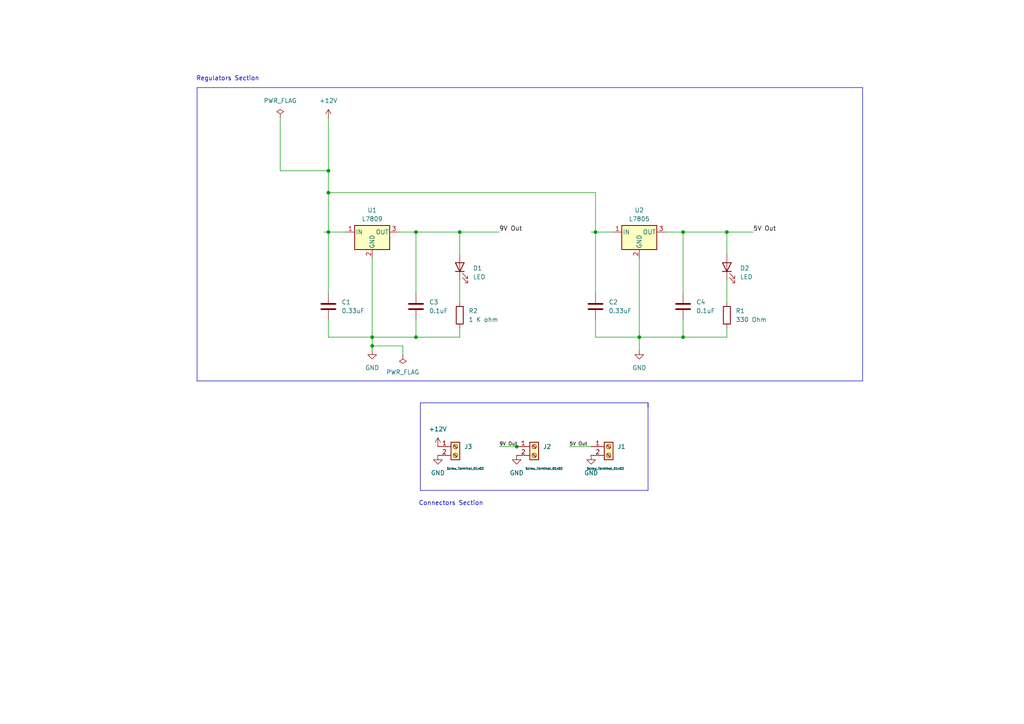
<source format=kicad_sch>
(kicad_sch (version 20231120) (generator "eeschema") (generator_version "8.0")
  (paper "A4")
  (title_block (title "Voltage Regulator 5 and 9V") (date "2024-10-31") (rev "REV1") (company "None") (comment 1 "Project 1"))
  (lib_symbols
    (symbol "Connector:Screw_Terminal_01x02" (pin_names (offset 1.016) hide)
      (property "Reference" "J" (at 0 2.54 0))
      (property "Value" "Screw_Terminal_01x02" (at 0 -5.08 0))
      (symbol "Screw_Terminal_01x02_1_1"
        (rectangle (start -1.27 1.27) (end 1.27 -3.81) (stroke (width 0.254)) (fill (type background)))
        (circle (center 0 -2.54) (radius 0.635) (stroke (width 0.1524)))
        (polyline (pts (xy -0.5334 -2.2098) (xy 0.3302 -3.048)) (stroke (width 0.1524)))
        (polyline (pts (xy -0.5334 0.3302) (xy 0.3302 -0.508)) (stroke (width 0.1524)))
        (polyline (pts (xy -0.3556 -2.032) (xy 0.508 -2.8702)) (stroke (width 0.1524)))
        (polyline (pts (xy -0.3556 0.508) (xy 0.508 -0.3302)) (stroke (width 0.1524)))
        (circle (center 0 0) (radius 0.635) (stroke (width 0.1524)))
        (pin passive line (at -5.08 0 0) (length 3.81) (name "Pin_1") (number "1"))
        (pin passive line (at -5.08 -2.54 0) (length 3.81) (name "Pin_2") (number "2"))
      )
    )
    (symbol "Device:C" (pin_numbers hide) (pin_names (offset 0.254))
      (property "Reference" "C" (at 0.635 2.54 0))
      (property "Value" "C" (at 0.635 -2.54 0))
      (symbol "C_0_1"
        (polyline (pts (xy -2.032 -0.762) (xy 2.032 -0.762)) (stroke (width 0.508)))
        (polyline (pts (xy -2.032 0.762) (xy 2.032 0.762)) (stroke (width 0.508)))
      )
      (symbol "C_1_1"
        (pin passive line (at 0 3.81 270) (length 2.794) (name "~") (number "1"))
        (pin passive line (at 0 -3.81 90) (length 2.794) (name "~") (number "2"))
      )
    )
    (symbol "Device:LED" (pin_numbers hide) (pin_names (offset 1.016) hide)
      (property "Reference" "D" (at 0 2.54 0))
      (property "Value" "LED" (at 0 -2.54 0))
      (symbol "LED_0_1"
        (polyline (pts (xy -1.27 -1.27) (xy -1.27 1.27)) (stroke (width 0.254)))
        (polyline (pts (xy -1.27 0) (xy 1.27 0)))
        (polyline (pts (xy 1.27 -1.27) (xy 1.27 1.27) (xy -1.27 0) (xy 1.27 -1.27)) (stroke (width 0.254)))
        (polyline (pts (xy -3.048 -0.762) (xy -4.572 -2.286) (xy -3.81 -2.286) (xy -4.572 -2.286) (xy -4.572 -1.524)))
        (polyline (pts (xy -1.778 -0.762) (xy -3.302 -2.286) (xy -2.54 -2.286) (xy -3.302 -2.286) (xy -3.302 -1.524)))
      )
      (symbol "LED_1_1"
        (pin passive line (at -3.81 0 0) (length 2.54) (name "K") (number "1"))
        (pin passive line (at 3.81 0 180) (length 2.54) (name "A") (number "2"))
      )
    )
    (symbol "Device:R" (pin_numbers hide) (pin_names (offset 0))
      (property "Reference" "R" (at 2.032 0 90))
      (property "Value" "R" (at 0 0 90))
      (symbol "R_0_1"
        (rectangle (start -1.016 -2.54) (end 1.016 2.54) (stroke (width 0.254)))
      )
      (symbol "R_1_1"
        (pin passive line (at 0 3.81 270) (length 1.27) (name "~") (number "1"))
        (pin passive line (at 0 -3.81 90) (length 1.27) (name "~") (number "2"))
      )
    )
    (symbol "Regulator_Linear:L7805" (pin_names (offset 0.254))
      (property "Reference" "U" (at -3.81 3.175 0))
      (property "Value" "L7805" (at 0 3.175 0))
      (symbol "L7805_0_1"
        (rectangle (start -5.08 1.905) (end 5.08 -5.08) (stroke (width 0.254)) (fill (type background)))
      )
      (symbol "L7805_1_1"
        (pin power_in line (at -7.62 0 0) (length 2.54) (name "IN") (number "1"))
        (pin power_in line (at 0 -7.62 90) (length 2.54) (name "GND") (number "2"))
        (pin power_out line (at 7.62 0 180) (length 2.54) (name "OUT") (number "3"))
      )
    )
    (symbol "Regulator_Linear:L7809" (pin_names (offset 0.254))
      (property "Reference" "U" (at -3.81 3.175 0))
      (property "Value" "L7809" (at 0 3.175 0))
      (symbol "L7809_0_1"
        (rectangle (start -5.08 1.905) (end 5.08 -5.08) (stroke (width 0.254)) (fill (type background)))
      )
      (symbol "L7809_1_1"
        (pin power_in line (at -7.62 0 0) (length 2.54) (name "IN") (number "1"))
        (pin power_in line (at 0 -7.62 90) (length 2.54) (name "GND") (number "2"))
        (pin power_out line (at 7.62 0 180) (length 2.54) (name "OUT") (number "3"))
      )
    )
    (symbol "power:+12V" (power) (pin_numbers hide) (pin_names (offset 0) hide)
      (property "Value" "+12V" (at 0 3.556 0))
      (symbol "+12V_0_1"
        (polyline (pts (xy -0.762 1.27) (xy 0 2.54)))
        (polyline (pts (xy 0 0) (xy 0 2.54)))
        (polyline (pts (xy 0 2.54) (xy 0.762 1.27)))
      )
      (symbol "+12V_1_1"
        (pin power_in line (at 0 0 90) (length 0) (name "~") (number "1"))
      )
    )
    (symbol "power:GND" (power) (pin_numbers hide) (pin_names (offset 0) hide)
      (property "Value" "GND" (at 0 -3.81 0))
      (symbol "GND_0_1"
        (polyline (pts (xy 0 0) (xy 0 -1.27) (xy 1.27 -1.27) (xy 0 -2.54) (xy -1.27 -1.27) (xy 0 -1.27)))
      )
      (symbol "GND_1_1"
        (pin power_in line (at 0 0 270) (length 0) (name "~") (number "1"))
      )
    )
    (symbol "power:PWR_FLAG" (power) (pin_numbers hide) (pin_names (offset 0) hide)
      (property "Value" "PWR_FLAG" (at 0 3.81 0))
      (symbol "PWR_FLAG_0_0"
        (pin power_out line (at 0 0 90) (length 0) (name "~") (number "1"))
      )
      (symbol "PWR_FLAG_0_1"
        (polyline (pts (xy 0 0) (xy 0 1.27) (xy -1.016 1.905) (xy 0 2.54) (xy 1.016 1.905) (xy 0 1.27)))
      )
    )
  )
  (junction (at 120.65 67.31))
  (junction (at 95.25 49.53))
  (junction (at 198.12 97.79))
  (junction (at 172.72 67.31))
  (junction (at 120.65 97.79))
  (junction (at 95.25 67.31))
  (junction (at 185.42 97.79))
  (junction (at 149.86 129.54))
  (junction (at 107.95 97.79))
  (junction (at 198.12 67.31))
  (junction (at 133.35 67.31))
  (junction (at 95.25 55.88))
  (junction (at 107.95 100.33))
  (junction (at 210.82 67.31))
  (polyline (pts (xy 250.19 25.4) (xy 250.19 110.49)))
  (wire (pts (xy 133.35 81.28) (xy 133.35 87.63)))
  (wire (pts (xy 115.57 67.31) (xy 120.65 67.31)))
  (wire (pts (xy 210.82 67.31) (xy 198.12 67.31)))
  (polyline (pts (xy 250.19 110.49) (xy 57.15 110.49)))
  (polyline (pts (xy 187.96 116.84) (xy 187.96 142.24)))
  (wire (pts (xy 198.12 92.71) (xy 198.12 97.79)))
  (wire (pts (xy 193.04 67.31) (xy 198.12 67.31)))
  (wire (pts (xy 95.25 92.71) (xy 95.25 97.79)))
  (wire (pts (xy 210.82 73.66) (xy 210.82 67.31)))
  (wire (pts (xy 172.72 67.31) (xy 172.72 55.88)))
  (wire (pts (xy 95.25 97.79) (xy 107.95 97.79)))
  (wire (pts (xy 144.78 129.54) (xy 149.86 129.54)))
  (wire (pts (xy 172.72 67.31) (xy 172.72 85.09)))
  (wire (pts (xy 116.84 100.33) (xy 107.95 100.33)))
  (polyline (pts (xy 57.15 110.49) (xy 57.15 25.4)))
  (wire (pts (xy 120.65 67.31) (xy 120.65 85.09)))
  (wire (pts (xy 81.28 34.29) (xy 81.28 49.53)))
  (polyline (pts (xy 121.92 142.24) (xy 187.96 142.24)))
  (wire (pts (xy 210.82 67.31) (xy 218.44 67.31)))
  (wire (pts (xy 172.72 97.79) (xy 185.42 97.79)))
  (polyline (pts (xy 121.92 116.84) (xy 121.92 142.24)))
  (wire (pts (xy 210.82 81.28) (xy 210.82 87.63)))
  (wire (pts (xy 185.42 101.6) (xy 185.42 97.79)))
  (wire (pts (xy 185.42 97.79) (xy 198.12 97.79)))
  (wire (pts (xy 149.86 129.54) (xy 151.13 129.54)))
  (wire (pts (xy 177.8 67.31) (xy 172.72 67.31)))
  (polyline (pts (xy 121.92 116.84) (xy 187.96 116.84)))
  (wire (pts (xy 172.72 92.71) (xy 172.72 97.79)))
  (wire (pts (xy 133.35 97.79) (xy 120.65 97.79)))
  (wire (pts (xy 133.35 95.25) (xy 133.35 97.79)))
  (wire (pts (xy 107.95 97.79) (xy 120.65 97.79)))
  (wire (pts (xy 95.25 55.88) (xy 95.25 67.31)))
  (wire (pts (xy 95.25 34.29) (xy 95.25 49.53)))
  (wire (pts (xy 116.84 102.87) (xy 116.84 100.33)))
  (wire (pts (xy 120.65 67.31) (xy 133.35 67.31)))
  (wire (pts (xy 93.98 67.31) (xy 95.25 67.31)))
  (wire (pts (xy 95.25 49.53) (xy 95.25 55.88)))
  (polyline (pts (xy 57.15 25.4) (xy 250.19 25.4)))
  (wire (pts (xy 210.82 97.79) (xy 198.12 97.79)))
  (wire (pts (xy 107.95 101.6) (xy 107.95 100.33)))
  (wire (pts (xy 95.25 55.88) (xy 172.72 55.88)))
  (wire (pts (xy 100.33 67.31) (xy 95.25 67.31)))
  (polyline (pts (xy 187.96 116.84) (xy 187.96 118.11)))
  (wire (pts (xy 198.12 67.31) (xy 198.12 85.09)))
  (wire (pts (xy 107.95 100.33) (xy 107.95 97.79)))
  (wire (pts (xy 165.1 129.54) (xy 171.45 129.54)))
  (wire (pts (xy 107.95 74.93) (xy 107.95 97.79)))
  (wire (pts (xy 171.45 67.31) (xy 172.72 67.31)))
  (wire (pts (xy 185.42 74.93) (xy 185.42 97.79)))
  (wire (pts (xy 81.28 49.53) (xy 95.25 49.53)))
  (wire (pts (xy 133.35 73.66) (xy 133.35 67.31)))
  (wire (pts (xy 95.25 67.31) (xy 95.25 85.09)))
  (wire (pts (xy 210.82 95.25) (xy 210.82 97.79)))
  (wire (pts (xy 120.65 92.71) (xy 120.65 97.79)))
  (wire (pts (xy 133.35 67.31) (xy 144.78 67.31)))
  (text "Connectors Section" (at 130.81 146.05 0) (effects (font (size 1.27 1.27))))
  (text "Regulators Section\n" (at 66.04 22.86 0) (effects (font (size 1.27 1.27))))
  (label "5V Out" (at 165.1 129.54 0) (effects (font (size 1 1))))
  (label "5V Out" (at 218.44 67.31 0))
  (label "9V Out" (at 144.78 129.54 0) (effects (font (size 1 1))))
  (label "9V Out" (at 144.78 67.31 0))
  (symbol (lib_id "power:GND") (at 127 132.08 0) (unit 1)
    (property "Reference" "#PWR06" (effects (hide yes)))
    (property "Value" "GND" (at 127 137.16 0))
    (property "Description" "Power symbol creates a global label with name \"GND\" , ground" (effects (hide yes)))
  )
  (symbol (lib_id "Connector:Screw_Terminal_01x02") (at 154.94 129.54 0) (unit 1)
    (property "Reference" "J2" (at 157.48 129.5399 0) (effects (justify left)))
    (property "Value" "Screw_Terminal_01x02" (at 152.4 135.89 0) (effects (font (size 0.635 0.635)) (justify left)))
    (property "Footprint" "TerminalBlock_Phoenix:TerminalBlock_Phoenix_MKDS-1,5-2-5.08_1x02_P5.08mm_Horizontal" (effects (hide yes)))
    (property "Description" "Generic screw terminal, single row, 01x02, script generated (kicad-library-utils/schlib/autogen/connector/)" (effects (hide yes)))
  )
  (symbol (lib_id "Device:C") (at 120.65 88.9 0) (unit 1)
    (property "Reference" "C3" (at 124.46 87.6299 0) (effects (justify left)))
    (property "Value" "0.1uF" (at 124.46 90.1699 0) (effects (justify left)))
    (property "Footprint" "Capacitor_THT:C_Disc_D3.0mm_W1.6mm_P2.50mm" (effects (hide yes)))
    (property "Description" "Unpolarized capacitor" (effects (hide yes)))
  )
  (symbol (lib_id "Device:R") (at 210.82 91.44 0) (unit 1)
    (property "Reference" "R1" (at 213.36 90.1699 0) (effects (justify left)))
    (property "Value" "330 Ohm" (at 213.36 92.7099 0) (effects (justify left)))
    (property "Footprint" "Resistor_THT:R_Axial_DIN0204_L3.6mm_D1.6mm_P5.08mm_Horizontal" (effects (hide yes)))
    (property "Description" "Resistor" (effects (hide yes)))
  )
  (symbol (lib_id "power:PWR_FLAG") (at 81.28 34.29 0) (unit 1)
    (property "Reference" "#FLG01" (effects (hide yes)))
    (property "Value" "PWR_FLAG" (at 81.28 29.21 0))
    (property "Description" "Special symbol for telling ERC where power comes from" (effects (hide yes)))
  )
  (symbol (lib_id "power:GND") (at 107.95 101.6 0) (unit 1)
    (property "Reference" "#PWR02" (effects (hide yes)))
    (property "Value" "GND" (at 107.95 106.68 0))
    (property "Description" "Power symbol creates a global label with name \"GND\" , ground" (effects (hide yes)))
  )
  (symbol (lib_id "power:GND") (at 149.86 132.08 0) (unit 1)
    (property "Reference" "#PWR05" (effects (hide yes)))
    (property "Value" "GND" (at 149.86 137.16 0))
    (property "Description" "Power symbol creates a global label with name \"GND\" , ground" (effects (hide yes)))
  )
  (symbol (lib_id "Connector:Screw_Terminal_01x02") (at 132.08 129.54 0) (unit 1)
    (property "Reference" "J3" (at 134.62 129.5399 0) (effects (justify left)))
    (property "Value" "Screw_Terminal_01x02" (at 129.54 135.89 0) (effects (font (size 0.635 0.635)) (justify left)))
    (property "Footprint" "TerminalBlock_Phoenix:TerminalBlock_Phoenix_MKDS-1,5-2-5.08_1x02_P5.08mm_Horizontal" (effects (hide yes)))
    (property "Description" "Generic screw terminal, single row, 01x02, script generated (kicad-library-utils/schlib/autogen/connector/)" (effects (hide yes)))
  )
  (symbol (lib_id "power:GND") (at 185.42 101.6 0) (unit 1)
    (property "Reference" "#PWR03" (effects (hide yes)))
    (property "Value" "GND" (at 185.42 106.68 0))
    (property "Description" "Power symbol creates a global label with name \"GND\" , ground" (effects (hide yes)))
  )
  (symbol (lib_id "power:+12V") (at 95.25 34.29 0) (unit 1)
    (property "Reference" "#PWR01" (effects (hide yes)))
    (property "Value" "+12V" (at 95.25 29.21 0))
    (property "Description" "Power symbol creates a global label with name \"+12V\"" (effects (hide yes)))
  )
  (symbol (lib_id "Device:C") (at 198.12 88.9 0) (unit 1)
    (property "Reference" "C4" (at 201.93 87.6299 0) (effects (justify left)))
    (property "Value" "0.1uF" (at 201.93 90.1699 0) (effects (justify left)))
    (property "Footprint" "Capacitor_THT:C_Disc_D3.0mm_W1.6mm_P2.50mm" (effects (hide yes)))
    (property "Description" "Unpolarized capacitor" (effects (hide yes)))
  )
  (symbol (lib_id "Regulator_Linear:L7809") (at 107.95 67.31 0) (unit 1)
    (property "Reference" "U1" (at 107.95 60.96 0))
    (property "Value" "L7809" (at 107.95 63.5 0))
    (property "Footprint" "Package_TO_SOT_THT:TO-220-3_Vertical" (effects (hide yes)))
    (property "Datasheet" "http://www.st.com/content/ccc/resource/technical/document/datasheet/41/4f/b3/b0/12/d4/47/88/CD00000444.pdf/files/CD00000444.pdf/jcr:content/translations/en.CD00000444.pdf" (effects (hide yes)))
    (property "Description" "Positive 1.5A 35V Linear Regulator, Fixed Output 9V, TO-220/TO-263/TO-252" (effects (hide yes)))
  )
  (symbol (lib_id "power:PWR_FLAG") (at 116.84 102.87 180) (unit 1)
    (property "Reference" "#FLG02" (effects (hide yes)))
    (property "Value" "PWR_FLAG" (at 116.84 107.95 0))
    (property "Description" "Special symbol for telling ERC where power comes from" (effects (hide yes)))
  )
  (symbol (lib_id "power:+12V") (at 127 129.54 0) (unit 1)
    (property "Reference" "#PWR07" (effects (hide yes)))
    (property "Value" "+12V" (at 127 124.46 0))
    (property "Description" "Power symbol creates a global label with name \"+12V\"" (effects (hide yes)))
  )
  (symbol (lib_id "Device:R") (at 133.35 91.44 0) (unit 1)
    (property "Reference" "R2" (at 135.89 90.1699 0) (effects (justify left)))
    (property "Value" "1 K ohm" (at 135.89 92.7099 0) (effects (justify left)))
    (property "Footprint" "Resistor_THT:R_Axial_DIN0207_L6.3mm_D2.5mm_P7.62mm_Horizontal" (effects (hide yes)))
    (property "Description" "Resistor" (effects (hide yes)))
  )
  (symbol (lib_id "Regulator_Linear:L7805") (at 185.42 67.31 0) (unit 1)
    (property "Reference" "U2" (at 185.42 60.96 0))
    (property "Value" "L7805" (at 185.42 63.5 0))
    (property "Footprint" "Package_TO_SOT_THT:TO-220-3_Vertical" (effects (hide yes)))
    (property "Datasheet" "http://www.st.com/content/ccc/resource/technical/document/datasheet/41/4f/b3/b0/12/d4/47/88/CD00000444.pdf/files/CD00000444.pdf/jcr:content/translations/en.CD00000444.pdf" (effects (hide yes)))
    (property "Description" "Positive 1.5A 35V Linear Regulator, Fixed Output 5V, TO-220/TO-263/TO-252" (effects (hide yes)))
  )
  (symbol (lib_id "power:GND") (at 171.45 132.08 0) (unit 1)
    (property "Reference" "#PWR04" (effects (hide yes)))
    (property "Value" "GND" (at 171.45 137.16 0))
    (property "Description" "Power symbol creates a global label with name \"GND\" , ground" (effects (hide yes)))
  )
  (symbol (lib_id "Device:LED") (at 133.35 77.47 90) (unit 1)
    (property "Reference" "D1" (at 137.16 77.7874 90) (effects (justify right)))
    (property "Value" "LED" (at 137.16 80.3274 90) (effects (justify right)))
    (property "Footprint" "LED_THT:LED_D4.0mm" (effects (hide yes)))
    (property "Description" "Light emitting diode" (effects (hide yes)))
  )
  (symbol (lib_id "Device:LED") (at 210.82 77.47 90) (unit 1)
    (property "Reference" "D2" (at 214.63 77.7874 90) (effects (justify right)))
    (property "Value" "LED" (at 214.63 80.3274 90) (effects (justify right)))
    (property "Footprint" "LED_THT:LED_D4.0mm" (effects (hide yes)))
    (property "Description" "Light emitting diode" (effects (hide yes)))
  )
  (symbol (lib_id "Device:C") (at 95.25 88.9 0) (unit 1)
    (property "Reference" "C1" (at 99.06 87.6299 0) (effects (justify left)))
    (property "Value" "0.33uF" (at 99.06 90.1699 0) (effects (justify left)))
    (property "Footprint" "Capacitor_THT:C_Disc_D4.7mm_W2.5mm_P5.00mm" (effects (hide yes)))
    (property "Description" "Unpolarized capacitor" (effects (hide yes)))
  )
  (symbol (lib_id "Device:C") (at 172.72 88.9 0) (unit 1)
    (property "Reference" "C2" (at 176.53 87.6299 0) (effects (justify left)))
    (property "Value" "0.33uF" (at 176.53 90.1699 0) (effects (justify left)))
    (property "Footprint" "Capacitor_THT:C_Disc_D4.7mm_W2.5mm_P5.00mm" (effects (hide yes)))
    (property "Description" "Unpolarized capacitor" (effects (hide yes)))
  )
  (symbol (lib_id "Connector:Screw_Terminal_01x02") (at 176.53 129.54 0) (unit 1)
    (property "Reference" "J1" (at 179.07 129.5399 0) (effects (justify left)))
    (property "Value" "Screw_Terminal_01x02" (at 170.18 135.89 0) (effects (font (size 0.635 0.635)) (justify left)))
    (property "Footprint" "TerminalBlock_Phoenix:TerminalBlock_Phoenix_MKDS-1,5-2-5.08_1x02_P5.08mm_Horizontal" (effects (hide yes)))
    (property "Description" "Generic screw terminal, single row, 01x02, script generated (kicad-library-utils/schlib/autogen/connector/)" (effects (hide yes)))
  )
)
</source>
